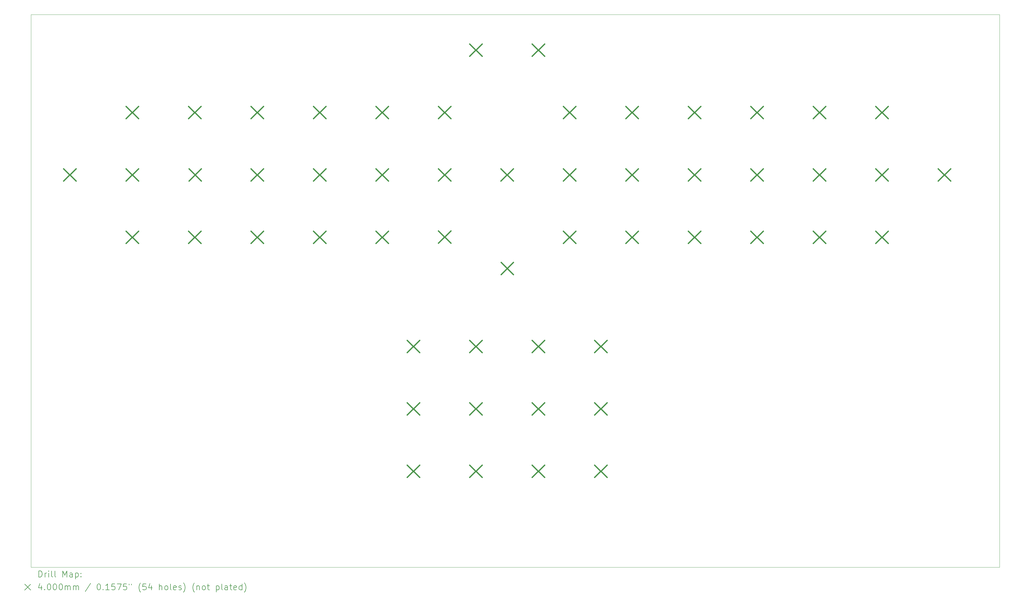
<source format=gbr>
%TF.GenerationSoftware,KiCad,Pcbnew,(6.0.9)*%
%TF.CreationDate,2022-11-06T01:44:35-08:00*%
%TF.ProjectId,kb_pcb,6b625f70-6362-42e6-9b69-6361645f7063,rev?*%
%TF.SameCoordinates,Original*%
%TF.FileFunction,Drillmap*%
%TF.FilePolarity,Positive*%
%FSLAX45Y45*%
G04 Gerber Fmt 4.5, Leading zero omitted, Abs format (unit mm)*
G04 Created by KiCad (PCBNEW (6.0.9)) date 2022-11-06 01:44:35*
%MOMM*%
%LPD*%
G01*
G04 APERTURE LIST*
%ADD10C,0.100000*%
%ADD11C,0.200000*%
%ADD12C,0.400000*%
G04 APERTURE END LIST*
D10*
X5750000Y-22750000D02*
X5750000Y-4750000D01*
X37250000Y-22750000D02*
X5750000Y-22750000D01*
X37250000Y-4750000D02*
X37250000Y-22750000D01*
X5750000Y-4750000D02*
X37250000Y-4750000D01*
D11*
D12*
X6812000Y-9768000D02*
X7212000Y-10168000D01*
X7212000Y-9768000D02*
X6812000Y-10168000D01*
X8844000Y-7736000D02*
X9244000Y-8136000D01*
X9244000Y-7736000D02*
X8844000Y-8136000D01*
X8844000Y-9768000D02*
X9244000Y-10168000D01*
X9244000Y-9768000D02*
X8844000Y-10168000D01*
X8844000Y-11800000D02*
X9244000Y-12200000D01*
X9244000Y-11800000D02*
X8844000Y-12200000D01*
X10876000Y-7736000D02*
X11276000Y-8136000D01*
X11276000Y-7736000D02*
X10876000Y-8136000D01*
X10876000Y-11800000D02*
X11276000Y-12200000D01*
X11276000Y-11800000D02*
X10876000Y-12200000D01*
X10888000Y-9768000D02*
X11288000Y-10168000D01*
X11288000Y-9768000D02*
X10888000Y-10168000D01*
X12908000Y-7736000D02*
X13308000Y-8136000D01*
X13308000Y-7736000D02*
X12908000Y-8136000D01*
X12908000Y-9768000D02*
X13308000Y-10168000D01*
X13308000Y-9768000D02*
X12908000Y-10168000D01*
X12908000Y-11800000D02*
X13308000Y-12200000D01*
X13308000Y-11800000D02*
X12908000Y-12200000D01*
X14940000Y-7736000D02*
X15340000Y-8136000D01*
X15340000Y-7736000D02*
X14940000Y-8136000D01*
X14940000Y-9768000D02*
X15340000Y-10168000D01*
X15340000Y-9768000D02*
X14940000Y-10168000D01*
X14940000Y-11800000D02*
X15340000Y-12200000D01*
X15340000Y-11800000D02*
X14940000Y-12200000D01*
X16972000Y-7736000D02*
X17372000Y-8136000D01*
X17372000Y-7736000D02*
X16972000Y-8136000D01*
X16972000Y-9768000D02*
X17372000Y-10168000D01*
X17372000Y-9768000D02*
X16972000Y-10168000D01*
X16972000Y-11800000D02*
X17372000Y-12200000D01*
X17372000Y-11800000D02*
X16972000Y-12200000D01*
X17988000Y-15356000D02*
X18388000Y-15756000D01*
X18388000Y-15356000D02*
X17988000Y-15756000D01*
X17988000Y-17388000D02*
X18388000Y-17788000D01*
X18388000Y-17388000D02*
X17988000Y-17788000D01*
X17988000Y-19420000D02*
X18388000Y-19820000D01*
X18388000Y-19420000D02*
X17988000Y-19820000D01*
X19004000Y-7736000D02*
X19404000Y-8136000D01*
X19404000Y-7736000D02*
X19004000Y-8136000D01*
X19004000Y-9768000D02*
X19404000Y-10168000D01*
X19404000Y-9768000D02*
X19004000Y-10168000D01*
X19004000Y-11788000D02*
X19404000Y-12188000D01*
X19404000Y-11788000D02*
X19004000Y-12188000D01*
X20020000Y-5704000D02*
X20420000Y-6104000D01*
X20420000Y-5704000D02*
X20020000Y-6104000D01*
X20020000Y-15356000D02*
X20420000Y-15756000D01*
X20420000Y-15356000D02*
X20020000Y-15756000D01*
X20020000Y-17388000D02*
X20420000Y-17788000D01*
X20420000Y-17388000D02*
X20020000Y-17788000D01*
X20020000Y-19420000D02*
X20420000Y-19820000D01*
X20420000Y-19420000D02*
X20020000Y-19820000D01*
X21036000Y-9768000D02*
X21436000Y-10168000D01*
X21436000Y-9768000D02*
X21036000Y-10168000D01*
X21038000Y-12816000D02*
X21438000Y-13216000D01*
X21438000Y-12816000D02*
X21038000Y-13216000D01*
X22052000Y-5704000D02*
X22452000Y-6104000D01*
X22452000Y-5704000D02*
X22052000Y-6104000D01*
X22052000Y-15356000D02*
X22452000Y-15756000D01*
X22452000Y-15356000D02*
X22052000Y-15756000D01*
X22052000Y-17388000D02*
X22452000Y-17788000D01*
X22452000Y-17388000D02*
X22052000Y-17788000D01*
X22052000Y-19420000D02*
X22452000Y-19820000D01*
X22452000Y-19420000D02*
X22052000Y-19820000D01*
X23068000Y-7736000D02*
X23468000Y-8136000D01*
X23468000Y-7736000D02*
X23068000Y-8136000D01*
X23068000Y-9768000D02*
X23468000Y-10168000D01*
X23468000Y-9768000D02*
X23068000Y-10168000D01*
X23068000Y-11800000D02*
X23468000Y-12200000D01*
X23468000Y-11800000D02*
X23068000Y-12200000D01*
X24084000Y-15356000D02*
X24484000Y-15756000D01*
X24484000Y-15356000D02*
X24084000Y-15756000D01*
X24084000Y-17388000D02*
X24484000Y-17788000D01*
X24484000Y-17388000D02*
X24084000Y-17788000D01*
X24084000Y-19420000D02*
X24484000Y-19820000D01*
X24484000Y-19420000D02*
X24084000Y-19820000D01*
X25100000Y-7736000D02*
X25500000Y-8136000D01*
X25500000Y-7736000D02*
X25100000Y-8136000D01*
X25100000Y-9768000D02*
X25500000Y-10168000D01*
X25500000Y-9768000D02*
X25100000Y-10168000D01*
X25100000Y-11800000D02*
X25500000Y-12200000D01*
X25500000Y-11800000D02*
X25100000Y-12200000D01*
X27132000Y-7736000D02*
X27532000Y-8136000D01*
X27532000Y-7736000D02*
X27132000Y-8136000D01*
X27132000Y-9768000D02*
X27532000Y-10168000D01*
X27532000Y-9768000D02*
X27132000Y-10168000D01*
X27132000Y-11800000D02*
X27532000Y-12200000D01*
X27532000Y-11800000D02*
X27132000Y-12200000D01*
X29164000Y-7736000D02*
X29564000Y-8136000D01*
X29564000Y-7736000D02*
X29164000Y-8136000D01*
X29164000Y-9768000D02*
X29564000Y-10168000D01*
X29564000Y-9768000D02*
X29164000Y-10168000D01*
X29164000Y-11800000D02*
X29564000Y-12200000D01*
X29564000Y-11800000D02*
X29164000Y-12200000D01*
X31196000Y-7736000D02*
X31596000Y-8136000D01*
X31596000Y-7736000D02*
X31196000Y-8136000D01*
X31196000Y-9768000D02*
X31596000Y-10168000D01*
X31596000Y-9768000D02*
X31196000Y-10168000D01*
X31196000Y-11800000D02*
X31596000Y-12200000D01*
X31596000Y-11800000D02*
X31196000Y-12200000D01*
X33228000Y-7736000D02*
X33628000Y-8136000D01*
X33628000Y-7736000D02*
X33228000Y-8136000D01*
X33228000Y-9768000D02*
X33628000Y-10168000D01*
X33628000Y-9768000D02*
X33228000Y-10168000D01*
X33228000Y-11800000D02*
X33628000Y-12200000D01*
X33628000Y-11800000D02*
X33228000Y-12200000D01*
X35260000Y-9768000D02*
X35660000Y-10168000D01*
X35660000Y-9768000D02*
X35260000Y-10168000D01*
D11*
X6002619Y-23065476D02*
X6002619Y-22865476D01*
X6050238Y-22865476D01*
X6078809Y-22875000D01*
X6097857Y-22894048D01*
X6107381Y-22913095D01*
X6116905Y-22951190D01*
X6116905Y-22979762D01*
X6107381Y-23017857D01*
X6097857Y-23036905D01*
X6078809Y-23055952D01*
X6050238Y-23065476D01*
X6002619Y-23065476D01*
X6202619Y-23065476D02*
X6202619Y-22932143D01*
X6202619Y-22970238D02*
X6212143Y-22951190D01*
X6221667Y-22941667D01*
X6240714Y-22932143D01*
X6259762Y-22932143D01*
X6326428Y-23065476D02*
X6326428Y-22932143D01*
X6326428Y-22865476D02*
X6316905Y-22875000D01*
X6326428Y-22884524D01*
X6335952Y-22875000D01*
X6326428Y-22865476D01*
X6326428Y-22884524D01*
X6450238Y-23065476D02*
X6431190Y-23055952D01*
X6421667Y-23036905D01*
X6421667Y-22865476D01*
X6555000Y-23065476D02*
X6535952Y-23055952D01*
X6526428Y-23036905D01*
X6526428Y-22865476D01*
X6783571Y-23065476D02*
X6783571Y-22865476D01*
X6850238Y-23008333D01*
X6916905Y-22865476D01*
X6916905Y-23065476D01*
X7097857Y-23065476D02*
X7097857Y-22960714D01*
X7088333Y-22941667D01*
X7069286Y-22932143D01*
X7031190Y-22932143D01*
X7012143Y-22941667D01*
X7097857Y-23055952D02*
X7078809Y-23065476D01*
X7031190Y-23065476D01*
X7012143Y-23055952D01*
X7002619Y-23036905D01*
X7002619Y-23017857D01*
X7012143Y-22998809D01*
X7031190Y-22989286D01*
X7078809Y-22989286D01*
X7097857Y-22979762D01*
X7193095Y-22932143D02*
X7193095Y-23132143D01*
X7193095Y-22941667D02*
X7212143Y-22932143D01*
X7250238Y-22932143D01*
X7269286Y-22941667D01*
X7278809Y-22951190D01*
X7288333Y-22970238D01*
X7288333Y-23027381D01*
X7278809Y-23046428D01*
X7269286Y-23055952D01*
X7250238Y-23065476D01*
X7212143Y-23065476D01*
X7193095Y-23055952D01*
X7374048Y-23046428D02*
X7383571Y-23055952D01*
X7374048Y-23065476D01*
X7364524Y-23055952D01*
X7374048Y-23046428D01*
X7374048Y-23065476D01*
X7374048Y-22941667D02*
X7383571Y-22951190D01*
X7374048Y-22960714D01*
X7364524Y-22951190D01*
X7374048Y-22941667D01*
X7374048Y-22960714D01*
X5545000Y-23295000D02*
X5745000Y-23495000D01*
X5745000Y-23295000D02*
X5545000Y-23495000D01*
X6088333Y-23352143D02*
X6088333Y-23485476D01*
X6040714Y-23275952D02*
X5993095Y-23418809D01*
X6116905Y-23418809D01*
X6193095Y-23466428D02*
X6202619Y-23475952D01*
X6193095Y-23485476D01*
X6183571Y-23475952D01*
X6193095Y-23466428D01*
X6193095Y-23485476D01*
X6326428Y-23285476D02*
X6345476Y-23285476D01*
X6364524Y-23295000D01*
X6374048Y-23304524D01*
X6383571Y-23323571D01*
X6393095Y-23361667D01*
X6393095Y-23409286D01*
X6383571Y-23447381D01*
X6374048Y-23466428D01*
X6364524Y-23475952D01*
X6345476Y-23485476D01*
X6326428Y-23485476D01*
X6307381Y-23475952D01*
X6297857Y-23466428D01*
X6288333Y-23447381D01*
X6278809Y-23409286D01*
X6278809Y-23361667D01*
X6288333Y-23323571D01*
X6297857Y-23304524D01*
X6307381Y-23295000D01*
X6326428Y-23285476D01*
X6516905Y-23285476D02*
X6535952Y-23285476D01*
X6555000Y-23295000D01*
X6564524Y-23304524D01*
X6574048Y-23323571D01*
X6583571Y-23361667D01*
X6583571Y-23409286D01*
X6574048Y-23447381D01*
X6564524Y-23466428D01*
X6555000Y-23475952D01*
X6535952Y-23485476D01*
X6516905Y-23485476D01*
X6497857Y-23475952D01*
X6488333Y-23466428D01*
X6478809Y-23447381D01*
X6469286Y-23409286D01*
X6469286Y-23361667D01*
X6478809Y-23323571D01*
X6488333Y-23304524D01*
X6497857Y-23295000D01*
X6516905Y-23285476D01*
X6707381Y-23285476D02*
X6726428Y-23285476D01*
X6745476Y-23295000D01*
X6755000Y-23304524D01*
X6764524Y-23323571D01*
X6774048Y-23361667D01*
X6774048Y-23409286D01*
X6764524Y-23447381D01*
X6755000Y-23466428D01*
X6745476Y-23475952D01*
X6726428Y-23485476D01*
X6707381Y-23485476D01*
X6688333Y-23475952D01*
X6678809Y-23466428D01*
X6669286Y-23447381D01*
X6659762Y-23409286D01*
X6659762Y-23361667D01*
X6669286Y-23323571D01*
X6678809Y-23304524D01*
X6688333Y-23295000D01*
X6707381Y-23285476D01*
X6859762Y-23485476D02*
X6859762Y-23352143D01*
X6859762Y-23371190D02*
X6869286Y-23361667D01*
X6888333Y-23352143D01*
X6916905Y-23352143D01*
X6935952Y-23361667D01*
X6945476Y-23380714D01*
X6945476Y-23485476D01*
X6945476Y-23380714D02*
X6955000Y-23361667D01*
X6974048Y-23352143D01*
X7002619Y-23352143D01*
X7021667Y-23361667D01*
X7031190Y-23380714D01*
X7031190Y-23485476D01*
X7126428Y-23485476D02*
X7126428Y-23352143D01*
X7126428Y-23371190D02*
X7135952Y-23361667D01*
X7155000Y-23352143D01*
X7183571Y-23352143D01*
X7202619Y-23361667D01*
X7212143Y-23380714D01*
X7212143Y-23485476D01*
X7212143Y-23380714D02*
X7221667Y-23361667D01*
X7240714Y-23352143D01*
X7269286Y-23352143D01*
X7288333Y-23361667D01*
X7297857Y-23380714D01*
X7297857Y-23485476D01*
X7688333Y-23275952D02*
X7516905Y-23533095D01*
X7945476Y-23285476D02*
X7964524Y-23285476D01*
X7983571Y-23295000D01*
X7993095Y-23304524D01*
X8002619Y-23323571D01*
X8012143Y-23361667D01*
X8012143Y-23409286D01*
X8002619Y-23447381D01*
X7993095Y-23466428D01*
X7983571Y-23475952D01*
X7964524Y-23485476D01*
X7945476Y-23485476D01*
X7926428Y-23475952D01*
X7916905Y-23466428D01*
X7907381Y-23447381D01*
X7897857Y-23409286D01*
X7897857Y-23361667D01*
X7907381Y-23323571D01*
X7916905Y-23304524D01*
X7926428Y-23295000D01*
X7945476Y-23285476D01*
X8097857Y-23466428D02*
X8107381Y-23475952D01*
X8097857Y-23485476D01*
X8088333Y-23475952D01*
X8097857Y-23466428D01*
X8097857Y-23485476D01*
X8297857Y-23485476D02*
X8183571Y-23485476D01*
X8240714Y-23485476D02*
X8240714Y-23285476D01*
X8221667Y-23314048D01*
X8202619Y-23333095D01*
X8183571Y-23342619D01*
X8478810Y-23285476D02*
X8383571Y-23285476D01*
X8374048Y-23380714D01*
X8383571Y-23371190D01*
X8402619Y-23361667D01*
X8450238Y-23361667D01*
X8469286Y-23371190D01*
X8478810Y-23380714D01*
X8488333Y-23399762D01*
X8488333Y-23447381D01*
X8478810Y-23466428D01*
X8469286Y-23475952D01*
X8450238Y-23485476D01*
X8402619Y-23485476D01*
X8383571Y-23475952D01*
X8374048Y-23466428D01*
X8555000Y-23285476D02*
X8688333Y-23285476D01*
X8602619Y-23485476D01*
X8859762Y-23285476D02*
X8764524Y-23285476D01*
X8755000Y-23380714D01*
X8764524Y-23371190D01*
X8783571Y-23361667D01*
X8831190Y-23361667D01*
X8850238Y-23371190D01*
X8859762Y-23380714D01*
X8869286Y-23399762D01*
X8869286Y-23447381D01*
X8859762Y-23466428D01*
X8850238Y-23475952D01*
X8831190Y-23485476D01*
X8783571Y-23485476D01*
X8764524Y-23475952D01*
X8755000Y-23466428D01*
X8945476Y-23285476D02*
X8945476Y-23323571D01*
X9021667Y-23285476D02*
X9021667Y-23323571D01*
X9316905Y-23561667D02*
X9307381Y-23552143D01*
X9288333Y-23523571D01*
X9278810Y-23504524D01*
X9269286Y-23475952D01*
X9259762Y-23428333D01*
X9259762Y-23390238D01*
X9269286Y-23342619D01*
X9278810Y-23314048D01*
X9288333Y-23295000D01*
X9307381Y-23266428D01*
X9316905Y-23256905D01*
X9488333Y-23285476D02*
X9393095Y-23285476D01*
X9383571Y-23380714D01*
X9393095Y-23371190D01*
X9412143Y-23361667D01*
X9459762Y-23361667D01*
X9478810Y-23371190D01*
X9488333Y-23380714D01*
X9497857Y-23399762D01*
X9497857Y-23447381D01*
X9488333Y-23466428D01*
X9478810Y-23475952D01*
X9459762Y-23485476D01*
X9412143Y-23485476D01*
X9393095Y-23475952D01*
X9383571Y-23466428D01*
X9669286Y-23352143D02*
X9669286Y-23485476D01*
X9621667Y-23275952D02*
X9574048Y-23418809D01*
X9697857Y-23418809D01*
X9926429Y-23485476D02*
X9926429Y-23285476D01*
X10012143Y-23485476D02*
X10012143Y-23380714D01*
X10002619Y-23361667D01*
X9983571Y-23352143D01*
X9955000Y-23352143D01*
X9935952Y-23361667D01*
X9926429Y-23371190D01*
X10135952Y-23485476D02*
X10116905Y-23475952D01*
X10107381Y-23466428D01*
X10097857Y-23447381D01*
X10097857Y-23390238D01*
X10107381Y-23371190D01*
X10116905Y-23361667D01*
X10135952Y-23352143D01*
X10164524Y-23352143D01*
X10183571Y-23361667D01*
X10193095Y-23371190D01*
X10202619Y-23390238D01*
X10202619Y-23447381D01*
X10193095Y-23466428D01*
X10183571Y-23475952D01*
X10164524Y-23485476D01*
X10135952Y-23485476D01*
X10316905Y-23485476D02*
X10297857Y-23475952D01*
X10288333Y-23456905D01*
X10288333Y-23285476D01*
X10469286Y-23475952D02*
X10450238Y-23485476D01*
X10412143Y-23485476D01*
X10393095Y-23475952D01*
X10383571Y-23456905D01*
X10383571Y-23380714D01*
X10393095Y-23361667D01*
X10412143Y-23352143D01*
X10450238Y-23352143D01*
X10469286Y-23361667D01*
X10478810Y-23380714D01*
X10478810Y-23399762D01*
X10383571Y-23418809D01*
X10555000Y-23475952D02*
X10574048Y-23485476D01*
X10612143Y-23485476D01*
X10631190Y-23475952D01*
X10640714Y-23456905D01*
X10640714Y-23447381D01*
X10631190Y-23428333D01*
X10612143Y-23418809D01*
X10583571Y-23418809D01*
X10564524Y-23409286D01*
X10555000Y-23390238D01*
X10555000Y-23380714D01*
X10564524Y-23361667D01*
X10583571Y-23352143D01*
X10612143Y-23352143D01*
X10631190Y-23361667D01*
X10707381Y-23561667D02*
X10716905Y-23552143D01*
X10735952Y-23523571D01*
X10745476Y-23504524D01*
X10755000Y-23475952D01*
X10764524Y-23428333D01*
X10764524Y-23390238D01*
X10755000Y-23342619D01*
X10745476Y-23314048D01*
X10735952Y-23295000D01*
X10716905Y-23266428D01*
X10707381Y-23256905D01*
X11069286Y-23561667D02*
X11059762Y-23552143D01*
X11040714Y-23523571D01*
X11031190Y-23504524D01*
X11021667Y-23475952D01*
X11012143Y-23428333D01*
X11012143Y-23390238D01*
X11021667Y-23342619D01*
X11031190Y-23314048D01*
X11040714Y-23295000D01*
X11059762Y-23266428D01*
X11069286Y-23256905D01*
X11145476Y-23352143D02*
X11145476Y-23485476D01*
X11145476Y-23371190D02*
X11155000Y-23361667D01*
X11174048Y-23352143D01*
X11202619Y-23352143D01*
X11221667Y-23361667D01*
X11231190Y-23380714D01*
X11231190Y-23485476D01*
X11355000Y-23485476D02*
X11335952Y-23475952D01*
X11326428Y-23466428D01*
X11316905Y-23447381D01*
X11316905Y-23390238D01*
X11326428Y-23371190D01*
X11335952Y-23361667D01*
X11355000Y-23352143D01*
X11383571Y-23352143D01*
X11402619Y-23361667D01*
X11412143Y-23371190D01*
X11421667Y-23390238D01*
X11421667Y-23447381D01*
X11412143Y-23466428D01*
X11402619Y-23475952D01*
X11383571Y-23485476D01*
X11355000Y-23485476D01*
X11478809Y-23352143D02*
X11555000Y-23352143D01*
X11507381Y-23285476D02*
X11507381Y-23456905D01*
X11516905Y-23475952D01*
X11535952Y-23485476D01*
X11555000Y-23485476D01*
X11774048Y-23352143D02*
X11774048Y-23552143D01*
X11774048Y-23361667D02*
X11793095Y-23352143D01*
X11831190Y-23352143D01*
X11850238Y-23361667D01*
X11859762Y-23371190D01*
X11869286Y-23390238D01*
X11869286Y-23447381D01*
X11859762Y-23466428D01*
X11850238Y-23475952D01*
X11831190Y-23485476D01*
X11793095Y-23485476D01*
X11774048Y-23475952D01*
X11983571Y-23485476D02*
X11964524Y-23475952D01*
X11955000Y-23456905D01*
X11955000Y-23285476D01*
X12145476Y-23485476D02*
X12145476Y-23380714D01*
X12135952Y-23361667D01*
X12116905Y-23352143D01*
X12078809Y-23352143D01*
X12059762Y-23361667D01*
X12145476Y-23475952D02*
X12126428Y-23485476D01*
X12078809Y-23485476D01*
X12059762Y-23475952D01*
X12050238Y-23456905D01*
X12050238Y-23437857D01*
X12059762Y-23418809D01*
X12078809Y-23409286D01*
X12126428Y-23409286D01*
X12145476Y-23399762D01*
X12212143Y-23352143D02*
X12288333Y-23352143D01*
X12240714Y-23285476D02*
X12240714Y-23456905D01*
X12250238Y-23475952D01*
X12269286Y-23485476D01*
X12288333Y-23485476D01*
X12431190Y-23475952D02*
X12412143Y-23485476D01*
X12374048Y-23485476D01*
X12355000Y-23475952D01*
X12345476Y-23456905D01*
X12345476Y-23380714D01*
X12355000Y-23361667D01*
X12374048Y-23352143D01*
X12412143Y-23352143D01*
X12431190Y-23361667D01*
X12440714Y-23380714D01*
X12440714Y-23399762D01*
X12345476Y-23418809D01*
X12612143Y-23485476D02*
X12612143Y-23285476D01*
X12612143Y-23475952D02*
X12593095Y-23485476D01*
X12555000Y-23485476D01*
X12535952Y-23475952D01*
X12526428Y-23466428D01*
X12516905Y-23447381D01*
X12516905Y-23390238D01*
X12526428Y-23371190D01*
X12535952Y-23361667D01*
X12555000Y-23352143D01*
X12593095Y-23352143D01*
X12612143Y-23361667D01*
X12688333Y-23561667D02*
X12697857Y-23552143D01*
X12716905Y-23523571D01*
X12726428Y-23504524D01*
X12735952Y-23475952D01*
X12745476Y-23428333D01*
X12745476Y-23390238D01*
X12735952Y-23342619D01*
X12726428Y-23314048D01*
X12716905Y-23295000D01*
X12697857Y-23266428D01*
X12688333Y-23256905D01*
M02*

</source>
